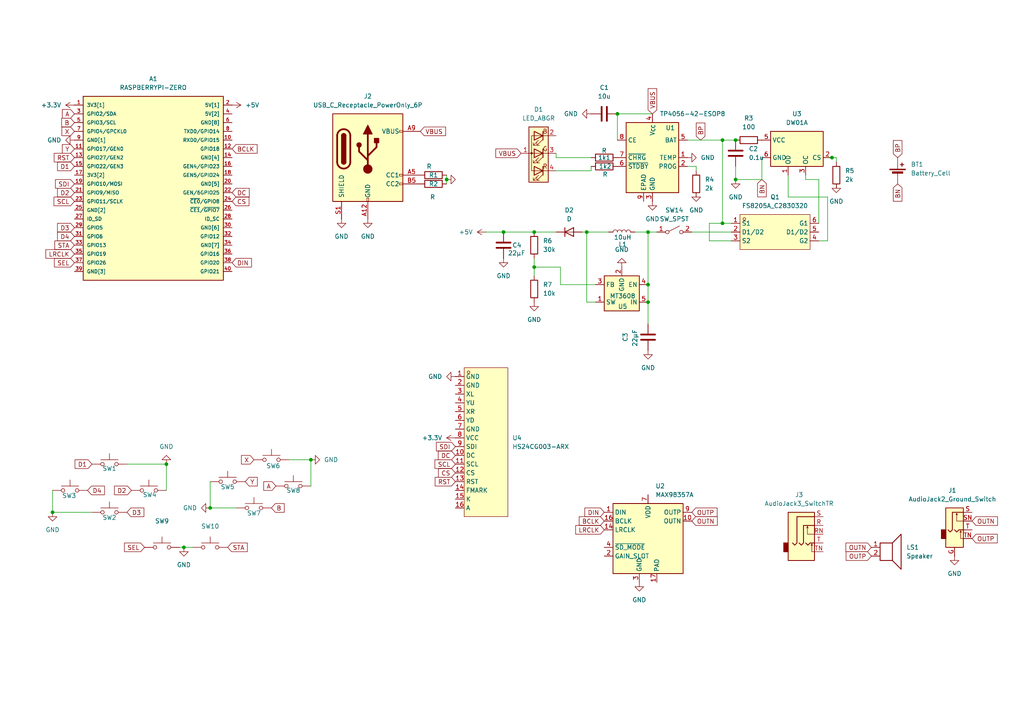
<source format=kicad_sch>
(kicad_sch (version 20250114) (generator "eeschema") (generator_version "9.0")
  (paper "A4")
  (lib_symbols
    (symbol "Audio:MAX98357A"
      (property "Reference" "U" (at -8.89 11.43 0))
      (property "Value" "MAX98357A" (at 10.16 11.43 0))
      (symbol "MAX98357A_1_1"
        (rectangle (start -10.16 10.16) (end 10.16 -10.16) (stroke (width 0.254)) (fill (type background)))
        (pin input line (at -12.7 7.62 0) (length 2.54) (name "DIN") (number "1"))
        (pin input line (at -12.7 5.08 0) (length 2.54) (name "BCLK") (number "16"))
        (pin input line (at -12.7 2.54 0) (length 2.54) (name "LRCLK") (number "14"))
        (pin input line (at -12.7 -2.54 0) (length 2.54) (name "~{SD_MODE}") (number "4"))
        (pin passive line (at -12.7 -5.08 0) (length 2.54) (name "GAIN_SLOT") (number "2"))
        (pin passive line (at -2.54 -12.7 90) (length 2.54) (hide yes) (name "GND") (number "11"))
        (pin passive line (at -2.54 -12.7 90) (length 2.54) (hide yes) (name "GND") (number "15"))
        (pin power_in line (at -2.54 -12.7 90) (length 2.54) (name "GND") (number "3"))
        (pin power_in line (at 0 12.7 270) (length 2.54) (name "VDD") (number "7"))
        (pin passive line (at 0 12.7 270) (length 2.54) (hide yes) (name "VDD") (number "8"))
        (pin unspecified line (at 2.54 -12.7 90) (length 2.54) (name "PAD") (number "17"))
        (pin no_connect line (at 10.16 2.54 180) (length 2.54) (hide yes) (name "NC") (number "5"))
        (pin no_connect line (at 10.16 0 180) (length 2.54) (hide yes) (name "NC") (number "6"))
        (pin no_connect line (at 10.16 -5.08 180) (length 2.54) (hide yes) (name "NC") (number "12"))
        (pin no_connect line (at 10.16 -7.62 180) (length 2.54) (hide yes) (name "NC") (number "13"))
        (pin output line (at 12.7 7.62 180) (length 2.54) (name "OUTP") (number "9"))
        (pin output line (at 12.7 5.08 180) (length 2.54) (name "OUTN") (number "10"))
      )
    )
    (symbol "Battery_Management:DW01A"
      (property "Reference" "U" (at -6.604 6.35 0))
      (property "Value" "DW01A" (at 4.318 6.604 0))
      (symbol "DW01A_0_1"
        (pin power_in line (at -10.16 2.54 0) (length 2.54) (name "VCC") (number "5"))
        (pin power_in line (at -10.16 -2.54 0) (length 2.54) (name "GND") (number "6"))
        (pin output line (at -2.54 -7.62 90) (length 2.54) (name "OD") (number "1"))
        (pin output line (at 2.54 -7.62 90) (length 2.54) (name "OC") (number "3"))
        (pin input line (at 10.16 -2.54 180) (length 2.54) (name "CS") (number "2"))
      )
      (symbol "DW01A_1_1"
        (rectangle (start -7.62 5.08) (end 7.62 -5.08) (stroke (width 0.254)) (fill (type background)))
        (pin no_connect line (at 10.16 2.54 180) (length 2.54) (hide yes) (name "TD") (number "4"))
      )
    )
    (symbol "Battery_Management:TP4056-42-ESOP8"
      (property "Reference" "U" (at -6.604 11.684 0))
      (property "Value" "TP4056-42-ESOP8" (at 10.16 11.684 0))
      (symbol "TP4056-42-ESOP8_1_0"
        (pin input line (at -10.16 5.08 0) (length 2.54) (name "CE") (number "8"))
        (pin open_collector line (at -10.16 0 0) (length 2.54) (name "~{CHRG}") (number "7"))
        (pin open_collector line (at -10.16 -2.54 0) (length 2.54) (name "~{STDBY}") (number "6"))
        (pin passive line (at -2.54 -12.7 90) (length 2.54) (name "EPAD") (number "9"))
        (pin power_in line (at 0 12.7 270) (length 2.54) (name "V_{CC}") (number "4"))
        (pin power_in line (at 0 -12.7 90) (length 2.54) (name "GND") (number "3"))
        (pin power_out line (at 10.16 5.08 180) (length 2.54) (name "BAT") (number "5"))
        (pin input line (at 10.16 0 180) (length 2.54) (name "TEMP") (number "1"))
        (pin passive line (at 10.16 -2.54 180) (length 2.54) (name "PROG") (number "2"))
      )
      (symbol "TP4056-42-ESOP8_1_1"
        (rectangle (start -7.62 10.16) (end 7.62 -10.16) (stroke (width 0.254)) (fill (type background)))
      )
    )
    (symbol "Connector:USB_C_Receptacle_PowerOnly_6P" (pin_names (offset 1.016))
      (property "Reference" "J" (at 0 16.51 0))
      (property "Value" "USB_C_Receptacle_PowerOnly_6P" (at 0 13.97 0))
      (symbol "USB_C_Receptacle_PowerOnly_6P_0_0"
        (rectangle (start -0.254 -12.7) (end 0.254 -11.684))
        (rectangle (start 10.16 7.874) (end 9.144 7.366))
        (rectangle (start 10.16 -4.826) (end 9.144 -5.334))
        (rectangle (start 10.16 -7.366) (end 9.144 -7.874))
      )
      (symbol "USB_C_Receptacle_PowerOnly_6P_0_1"
        (rectangle (start -10.16 12.7) (end 10.16 -12.7) (stroke (width 0.254)) (fill (type background)))
        (polyline (pts (xy -8.89 -1.27) (xy -8.89 6.35)) (stroke (width 0.508)))
        (rectangle (start -7.62 -1.27) (end -6.35 6.35) (stroke (width 0.254)) (fill (type outline)))
        (arc (start -7.62 6.35) (mid -6.985 6.9823) (end -6.35 6.35) (stroke (width 0.254)))
        (arc (start -7.62 6.35) (mid -6.985 6.9823) (end -6.35 6.35) (stroke (width 0.254)) (fill (type outline)))
        (arc (start -8.89 6.35) (mid -6.985 8.2467) (end -5.08 6.35) (stroke (width 0.508)))
        (arc (start -5.08 -1.27) (mid -6.985 -3.1667) (end -8.89 -1.27) (stroke (width 0.508)))
        (arc (start -6.35 -1.27) (mid -6.985 -1.9023) (end -7.62 -1.27) (stroke (width 0.254)))
        (arc (start -6.35 -1.27) (mid -6.985 -1.9023) (end -7.62 -1.27) (stroke (width 0.254)) (fill (type outline)))
        (polyline (pts (xy -5.08 6.35) (xy -5.08 -1.27)) (stroke (width 0.508)))
        (circle (center -2.54 3.683) (radius 0.635) (stroke (width 0.254)) (fill (type outline)))
        (polyline (pts (xy -1.27 6.858) (xy 0 9.398) (xy 1.27 6.858) (xy -1.27 6.858)) (stroke (width 0.254)) (fill (type outline)))
        (polyline (pts (xy 0 0.508) (xy 2.54 3.048) (xy 2.54 4.318)) (stroke (width 0.508)))
        (polyline (pts (xy 0 -0.762) (xy -2.54 1.778) (xy -2.54 3.048)) (stroke (width 0.508)))
        (polyline (pts (xy 0 -3.302) (xy 0 6.858)) (stroke (width 0.508)))
        (circle (center 0 -3.302) (radius 1.27) (fill (type outline)))
        (rectangle (start 1.905 4.318) (end 3.175 5.588) (stroke (width 0.254)) (fill (type outline)))
      )
      (symbol "USB_C_Receptacle_PowerOnly_6P_1_1"
        (pin passive line (at -7.62 -17.78 90) (length 5.08) (name "SHIELD") (number "S1"))
        (pin passive line (at 0 -17.78 90) (length 5.08) (name "GND") (number "A12"))
        (pin passive line (at 0 -17.78 90) (length 5.08) (hide yes) (name "GND") (number "B12"))
        (pin passive line (at 15.24 7.62 180) (length 5.08) (name "VBUS") (number "A9"))
        (pin passive line (at 15.24 7.62 180) (length 5.08) (hide yes) (name "VBUS") (number "B9"))
        (pin bidirectional line (at 15.24 -5.08 180) (length 5.08) (name "CC1") (number "A5"))
        (pin bidirectional line (at 15.24 -7.62 180) (length 5.08) (name "CC2") (number "B5"))
      )
    )
    (symbol "Connector_Audio:AudioJack2_Ground_Switch"
      (property "Reference" "J" (at 0 11.43 0))
      (property "Value" "AudioJack2_Ground_Switch" (at 0 8.89 0))
      (symbol "AudioJack2_Ground_Switch_0_1"
        (rectangle (start -2.54 -2.54) (end -3.81 0) (stroke (width 0.254)) (fill (type outline)))
        (rectangle (start 2.54 6.35) (end -2.54 -5.08) (stroke (width 0.254)) (fill (type background)))
      )
      (symbol "AudioJack2_Ground_Switch_1_1"
        (polyline (pts (xy 0 0) (xy 0.635 -0.635) (xy 1.27 0) (xy 2.54 0)) (stroke (width 0.254)))
        (polyline (pts (xy 0.635 4.826) (xy 0.889 4.318)))
        (polyline (pts (xy 1.778 -0.254) (xy 2.032 -0.762)))
        (polyline (pts (xy 2.54 5.08) (xy -0.635 5.08) (xy -0.635 0) (xy -1.27 -0.635) (xy -1.905 0)) (stroke (width 0.254)))
        (polyline (pts (xy 2.54 2.54) (xy 0.635 2.54) (xy 0.635 4.826) (xy 0.381 4.318)))
        (polyline (pts (xy 2.54 -2.54) (xy 1.778 -2.54) (xy 1.778 -0.254) (xy 1.524 -0.762)))
        (pin passive line (at 0 -7.62 90) (length 2.54) (name "~") (number "G"))
        (pin passive line (at 5.08 5.08 180) (length 2.54) (name "~") (number "S"))
        (pin passive line (at 5.08 2.54 180) (length 2.54) (name "~") (number "SN"))
        (pin passive line (at 5.08 0 180) (length 2.54) (name "~") (number "T"))
        (pin passive line (at 5.08 -2.54 180) (length 2.54) (name "~") (number "TN"))
      )
    )
    (symbol "Connector_Audio:AudioJack3_SwitchTR"
      (property "Reference" "J" (at 0 8.89 0))
      (property "Value" "AudioJack3_SwitchTR" (at 0 6.35 0))
      (symbol "AudioJack3_SwitchTR_0_1"
        (rectangle (start -5.08 -5.08) (end -6.35 -7.62) (stroke (width 0.254)) (fill (type outline)))
        (polyline (pts (xy -1.905 -5.08) (xy -1.27 -5.715) (xy -0.635 -5.08) (xy -0.635 0) (xy 2.54 0)) (stroke (width 0.254)))
        (polyline (pts (xy 0 -5.08) (xy 0.635 -5.715) (xy 1.27 -5.08) (xy 2.54 -5.08)) (stroke (width 0.254)))
        (polyline (pts (xy 0.508 -0.254) (xy 0.762 -0.762)))
        (polyline (pts (xy 1.778 -5.334) (xy 2.032 -5.842)))
        (rectangle (start 2.54 3.81) (end -5.08 -10.16) (stroke (width 0.254)) (fill (type background)))
        (polyline (pts (xy 2.54 2.54) (xy -2.54 2.54) (xy -2.54 -5.08) (xy -3.175 -5.715) (xy -3.81 -5.08)) (stroke (width 0.254)))
        (polyline (pts (xy 2.54 -2.54) (xy 0.508 -2.54) (xy 0.508 -0.254) (xy 0.254 -0.762)))
        (polyline (pts (xy 2.54 -7.62) (xy 1.778 -7.62) (xy 1.778 -5.334) (xy 1.524 -5.842)))
      )
      (symbol "AudioJack3_SwitchTR_1_1"
        (pin passive line (at 5.08 2.54 180) (length 2.54) (name "~") (number "S"))
        (pin passive line (at 5.08 0 180) (length 2.54) (name "~") (number "R"))
        (pin passive line (at 5.08 -2.54 180) (length 2.54) (name "~") (number "RN"))
        (pin passive line (at 5.08 -5.08 180) (length 2.54) (name "~") (number "T"))
        (pin passive line (at 5.08 -7.62 180) (length 2.54) (name "~") (number "TN"))
      )
    )
    (symbol "Device:Battery_Cell" (pin_numbers (hide yes)) (pin_names (offset 0) (hide yes))
      (property "Reference" "BT" (at 2.54 2.54 0))
      (property "Value" "Battery_Cell" (at 2.54 0 0))
      (symbol "Battery_Cell_0_1"
        (rectangle (start -2.286 1.778) (end 2.286 1.524) (fill (type outline)))
        (rectangle (start -1.524 1.016) (end 1.524 0.508) (fill (type outline)))
        (polyline (pts (xy 0 1.778) (xy 0 2.54)))
        (polyline (pts (xy 0 0.762) (xy 0 0)))
        (polyline (pts (xy 0.762 3.048) (xy 1.778 3.048)) (stroke (width 0.254)))
        (polyline (pts (xy 1.27 3.556) (xy 1.27 2.54)) (stroke (width 0.254)))
      )
      (symbol "Battery_Cell_1_1"
        (pin passive line (at 0 5.08 270) (length 2.54) (name "+") (number "1"))
        (pin passive line (at 0 -2.54 90) (length 2.54) (name "-") (number "2"))
      )
    )
    (symbol "Device:C" (pin_numbers (hide yes)) (pin_names (offset 0.254))
      (property "Reference" "C" (at 0.635 2.54 0))
      (property "Value" "C" (at 0.635 -2.54 0))
      (symbol "C_0_1"
        (polyline (pts (xy -2.032 0.762) (xy 2.032 0.762)) (stroke (width 0.508)))
        (polyline (pts (xy -2.032 -0.762) (xy 2.032 -0.762)) (stroke (width 0.508)))
      )
      (symbol "C_1_1"
        (pin passive line (at 0 3.81 270) (length 2.794) (name "~") (number "1"))
        (pin passive line (at 0 -3.81 90) (length 2.794) (name "~") (number "2"))
      )
    )
    (symbol "Device:D" (pin_numbers (hide yes)) (pin_names (offset 1.016) (hide yes))
      (property "Reference" "D" (at 0 2.54 0))
      (property "Value" "D" (at 0 -2.54 0))
      (symbol "D_0_1"
        (polyline (pts (xy -1.27 1.27) (xy -1.27 -1.27)) (stroke (width 0.254)))
        (polyline (pts (xy 1.27 1.27) (xy 1.27 -1.27) (xy -1.27 0) (xy 1.27 1.27)) (stroke (width 0.254)))
        (polyline (pts (xy 1.27 0) (xy -1.27 0)))
      )
      (symbol "D_1_1"
        (pin passive line (at -3.81 0 0) (length 2.54) (name "K") (number "1"))
        (pin passive line (at 3.81 0 180) (length 2.54) (name "A") (number "2"))
      )
    )
    (symbol "Device:L" (pin_numbers (hide yes)) (pin_names (offset 1.016) (hide yes))
      (property "Reference" "L" (at -1.27 0 90))
      (property "Value" "L" (at 1.905 0 90))
      (symbol "L_0_1"
        (arc (start 0 2.54) (mid 0.6323 1.905) (end 0 1.27))
        (arc (start 0 1.27) (mid 0.6323 0.635) (end 0 0))
        (arc (start 0 0) (mid 0.6323 -0.635) (end 0 -1.27))
        (arc (start 0 -1.27) (mid 0.6323 -1.905) (end 0 -2.54))
      )
      (symbol "L_1_1"
        (pin passive line (at 0 3.81 270) (length 1.27) (name "1") (number "1"))
        (pin passive line (at 0 -3.81 90) (length 1.27) (name "2") (number "2"))
      )
    )
    (symbol "Device:LED_ABGR" (pin_names (offset 0) (hide yes))
      (property "Reference" "D" (at 0 9.398 0))
      (property "Value" "LED_ABGR" (at 0 -8.89 0))
      (symbol "LED_ABGR_0_0"
        (text "R" (at -1.905 3.81 0) (effects (font (size 1.27 1.27))))
        (text "G" (at -1.905 -1.27 0) (effects (font (size 1.27 1.27))))
        (text "B" (at -1.905 -6.35 0) (effects (font (size 1.27 1.27))))
      )
      (symbol "LED_ABGR_0_1"
        (polyline (pts (xy -1.27 6.35) (xy -1.27 3.81)) (stroke (width 0.254)))
        (polyline (pts (xy -1.27 6.35) (xy -1.27 3.81) (xy -1.27 3.81)))
        (polyline (pts (xy -1.27 5.08) (xy -2.54 5.08)))
        (polyline (pts (xy -1.27 5.08) (xy 1.27 5.08)))
        (polyline (pts (xy -1.27 1.27) (xy -1.27 -1.27)) (stroke (width 0.254)))
        (polyline (pts (xy -1.27 1.27) (xy -1.27 -1.27) (xy -1.27 -1.27)))
        (polyline (pts (xy -1.27 0) (xy -2.54 0)))
        (polyline (pts (xy -1.27 -3.81) (xy -1.27 -6.35)) (stroke (width 0.254)))
        (polyline (pts (xy -1.27 -5.08) (xy -2.54 -5.08)))
        (polyline (pts (xy -1.27 -5.08) (xy 1.27 -5.08)))
        (polyline (pts (xy -1.016 6.35) (xy 0.508 7.874) (xy -0.254 7.874) (xy 0.508 7.874) (xy 0.508 7.112)))
        (polyline (pts (xy -1.016 1.27) (xy 0.508 2.794) (xy -0.254 2.794) (xy 0.508 2.794) (xy 0.508 2.032)))
        (polyline (pts (xy -1.016 -3.81) (xy 0.508 -2.286) (xy -0.254 -2.286) (xy 0.508 -2.286) (xy 0.508 -3.048)))
        (polyline (pts (xy 0 6.35) (xy 1.524 7.874) (xy 0.762 7.874) (xy 1.524 7.874) (xy 1.524 7.112)))
        (polyline (pts (xy 0 1.27) (xy 1.524 2.794) (xy 0.762 2.794) (xy 1.524 2.794) (xy 1.524 2.032)))
        (polyline (pts (xy 0 -3.81) (xy 1.524 -2.286) (xy 0.762 -2.286) (xy 1.524 -2.286) (xy 1.524 -3.048)))
        (polyline (pts (xy 1.27 6.35) (xy 1.27 3.81) (xy -1.27 5.08) (xy 1.27 6.35)) (stroke (width 0.254)))
        (rectangle (start 1.27 6.35) (end 1.27 6.35))
        (rectangle (start 1.27 3.81) (end 1.27 6.35))
        (polyline (pts (xy 1.27 1.27) (xy 1.27 -1.27) (xy -1.27 0) (xy 1.27 1.27)) (stroke (width 0.254)))
        (rectangle (start 1.27 1.27) (end 1.27 1.27))
        (polyline (pts (xy 1.27 0) (xy -1.27 0)))
        (polyline (pts (xy 1.27 0) (xy 2.54 0)))
        (rectangle (start 1.27 -1.27) (end 1.27 1.27))
        (polyline (pts (xy 1.27 -3.81) (xy 1.27 -6.35) (xy -1.27 -5.08) (xy 1.27 -3.81)) (stroke (width 0.254)))
        (polyline (pts (xy 1.27 -5.08) (xy 2.032 -5.08) (xy 2.032 5.08) (xy 1.27 5.08)))
        (circle (center 2.032 0) (radius 0.254) (fill (type outline)))
        (rectangle (start 2.794 8.382) (end -2.794 -7.62) (stroke (width 0.254)) (fill (type background)))
      )
      (symbol "LED_ABGR_1_1"
        (pin passive line (at -5.08 5.08 0) (length 2.54) (name "RK") (number "4"))
        (pin passive line (at -5.08 0 0) (length 2.54) (name "GK") (number "3"))
        (pin passive line (at -5.08 -5.08 0) (length 2.54) (name "BK") (number "2"))
        (pin passive line (at 5.08 0 180) (length 2.54) (name "A") (number "1"))
      )
    )
    (symbol "Device:R" (pin_numbers (hide yes)) (pin_names (offset 0))
      (property "Reference" "R" (at 2.032 0 90))
      (property "Value" "R" (at 0 0 90))
      (symbol "R_0_1"
        (rectangle (start -1.016 -2.54) (end 1.016 2.54) (stroke (width 0.254)))
      )
      (symbol "R_1_1"
        (pin passive line (at 0 3.81 270) (length 1.27) (name "~") (number "1"))
        (pin passive line (at 0 -3.81 90) (length 1.27) (name "~") (number "2"))
      )
    )
    (symbol "Device:Speaker" (pin_names (offset 0) (hide yes))
      (property "Reference" "LS" (at 1.27 5.715 0))
      (property "Value" "Speaker" (at 1.27 3.81 0))
      (symbol "Speaker_0_0"
        (rectangle (start -2.54 1.27) (end 1.016 -3.81) (stroke (width 0.254)))
        (polyline (pts (xy 1.016 1.27) (xy 3.556 3.81) (xy 3.556 -6.35) (xy 1.016 -3.81)) (stroke (width 0.254)))
      )
      (symbol "Speaker_1_1"
        (pin input line (at -5.08 0 0) (length 2.54) (name "1") (number "1"))
        (pin input line (at -5.08 -2.54 0) (length 2.54) (name "2") (number "2"))
      )
    )
    (symbol "FS8205A:FS8205A_C2830320"
      (property "Reference" "Q" (at 0 7.62 0))
      (property "Value" "FS8205A_C2830320" (at 0 -7.62 0))
      (symbol "FS8205A_C2830320_0_1"
        (rectangle (start -10.16 5.08) (end 10.16 -5.08) (fill (type background)))
        (circle (center -8.89 3.81) (radius 0.38))
        (pin unspecified line (at -12.7 2.54 0) (length 2.54) (name "S1") (number "1"))
        (pin unspecified line (at -12.7 0 0) (length 2.54) (name "D1/D2") (number "2"))
        (pin unspecified line (at -12.7 -2.54 0) (length 2.54) (name "S2") (number "3"))
        (pin unspecified line (at 12.7 2.54 180) (length 2.54) (name "G1") (number "6"))
        (pin unspecified line (at 12.7 0 180) (length 2.54) (name "D1/D2") (number "5"))
        (pin unspecified line (at 12.7 -2.54 180) (length 2.54) (name "G2") (number "4"))
      )
    )
    (symbol "RASPBERRYPI-ZERO:RASPBERRYPI-ZERO" (pin_names (offset 1.016))
      (property "Reference" "A" (at -20.34 26.6962 0))
      (property "Value" "RASPBERRYPI-ZERO" (at -20.3391 -30.5087 0))
      (symbol "RASPBERRYPI-ZERO_0_0"
        (rectangle (start -20.32 -27.94) (end 20.32 25.4) (stroke (width 0.254)) (fill (type background)))
        (pin power_in line (at -22.86 22.86 0) (length 2.54) (name "3V3[1]") (number "1"))
        (pin bidirectional line (at -22.86 20.32 0) (length 2.54) (name "GPIO2/SDA") (number "3"))
        (pin bidirectional line (at -22.86 17.78 0) (length 2.54) (name "GPIO3/SCL") (number "5"))
        (pin bidirectional line (at -22.86 15.24 0) (length 2.54) (name "GPIO4/GPCKL0") (number "7"))
        (pin power_in line (at -22.86 12.7 0) (length 2.54) (name "GND[1]") (number "9"))
        (pin bidirectional line (at -22.86 10.16 0) (length 2.54) (name "GPIO17/GEN0") (number "11"))
        (pin bidirectional line (at -22.86 7.62 0) (length 2.54) (name "GPIO27/GEN2") (number "13"))
        (pin bidirectional line (at -22.86 5.08 0) (length 2.54) (name "GPIO22/GEN3") (number "15"))
        (pin power_in line (at -22.86 2.54 0) (length 2.54) (name "3V3[2]") (number "17"))
        (pin bidirectional line (at -22.86 0 0) (length 2.54) (name "GPIO10/MOSI") (number "19"))
        (pin bidirectional line (at -22.86 -2.54 0) (length 2.54) (name "GPIO9/MISO") (number "21"))
        (pin bidirectional line (at -22.86 -5.08 0) (length 2.54) (name "GPIO11/SCLK") (number "23"))
        (pin power_in line (at -22.86 -7.62 0) (length 2.54) (name "GND[2]") (number "25"))
        (pin bidirectional line (at -22.86 -10.16 0) (length 2.54) (name "ID_SD") (number "27"))
        (pin bidirectional line (at -22.86 -12.7 0) (length 2.54) (name "GPIO5") (number "29"))
        (pin bidirectional line (at -22.86 -15.24 0) (length 2.54) (name "GPIO6") (number "31"))
        (pin bidirectional line (at -22.86 -17.78 0) (length 2.54) (name "GPIO13") (number "33"))
        (pin bidirectional line (at -22.86 -20.32 0) (length 2.54) (name "GPIO19") (number "35"))
        (pin bidirectional line (at -22.86 -22.86 0) (length 2.54) (name "GPIO26") (number "37"))
        (pin power_in line (at -22.86 -25.4 0) (length 2.54) (name "GND[3]") (number "39"))
        (pin power_in line (at 22.86 22.86 180) (length 2.54) (name "5V[1]") (number "2"))
        (pin power_in line (at 22.86 20.32 180) (length 2.54) (name "5V[2]") (number "4"))
        (pin power_in line (at 22.86 17.78 180) (length 2.54) (name "GND[8]") (number "6"))
        (pin bidirectional line (at 22.86 15.24 180) (length 2.54) (name "TXD0/GPIO14") (number "8"))
        (pin bidirectional line (at 22.86 12.7 180) (length 2.54) (name "RXD0/GPIO15") (number "10"))
        (pin bidirectional line (at 22.86 10.16 180) (length 2.54) (name "GPIO18") (number "12"))
        (pin power_in line (at 22.86 7.62 180) (length 2.54) (name "GND[4]") (number "14"))
        (pin bidirectional line (at 22.86 5.08 180) (length 2.54) (name "GEN4/GPIO23") (number "16"))
        (pin bidirectional line (at 22.86 2.54 180) (length 2.54) (name "GEN5/GPIO24") (number "18"))
        (pin power_in line (at 22.86 0 180) (length 2.54) (name "GND[5]") (number "20"))
        (pin bidirectional line (at 22.86 -2.54 180) (length 2.54) (name "GEN/6GPIO25") (number "22"))
        (pin bidirectional line (at 22.86 -5.08 180) (length 2.54) (name "~{CE0}/GPIO8") (number "24"))
        (pin bidirectional line (at 22.86 -7.62 180) (length 2.54) (name "~{CE1}/~{GPIO7}") (number "26"))
        (pin bidirectional line (at 22.86 -10.16 180) (length 2.54) (name "ID_SC") (number "28"))
        (pin power_in line (at 22.86 -12.7 180) (length 2.54) (name "GND[6]") (number "30"))
        (pin bidirectional line (at 22.86 -15.24 180) (length 2.54) (name "GPIO12") (number "32"))
        (pin power_in line (at 22.86 -17.78 180) (length 2.54) (name "GND[7]") (number "34"))
        (pin bidirectional line (at 22.86 -20.32 180) (length 2.54) (name "GPIO16") (number "36"))
        (pin bidirectional line (at 22.86 -22.86 180) (length 2.54) (name "GPIO20") (number "38"))
        (pin bidirectional line (at 22.86 -25.4 180) (length 2.54) (name "GPIO21") (number "40"))
      )
    )
    (symbol "Regulator_Switching:MT3608"
      (property "Reference" "U" (at -2.54 8.89 0))
      (property "Value" "MT3608" (at -3.81 6.35 0))
      (symbol "MT3608_0_1"
        (rectangle (start -5.08 5.08) (end 5.08 -5.08) (stroke (width 0.254)) (fill (type background)))
      )
      (symbol "MT3608_1_1"
        (pin power_in line (at -7.62 2.54 0) (length 2.54) (name "IN") (number "5"))
        (pin input line (at -7.62 -2.54 0) (length 2.54) (name "EN") (number "4"))
        (pin power_in line (at 0 -7.62 90) (length 2.54) (name "GND") (number "2"))
        (pin no_connect line (at 5.08 0 180) (length 2.54) (hide yes) (name "NC") (number "6"))
        (pin passive line (at 7.62 2.54 180) (length 2.54) (name "SW") (number "1"))
        (pin input line (at 7.62 -2.54 180) (length 2.54) (name "FB") (number "3"))
      )
    )
    (symbol "Switch:SW_Omron_B3FS" (pin_numbers (hide yes)) (pin_names (offset 1.016) (hide yes))
      (property "Reference" "SW" (at 1.27 2.54 0))
      (property "Value" "SW_Omron_B3FS" (at 0 -1.524 0))
      (symbol "SW_Omron_B3FS_0_1"
        (circle (center -2.032 0) (radius 0.508))
        (polyline (pts (xy 0 1.27) (xy 0 3.048)))
        (circle (center 2.032 0) (radius 0.508))
        (polyline (pts (xy 2.54 1.27) (xy -2.54 1.27)))
        (pin passive line (at -5.08 0 0) (length 2.54) (name "1") (number "1"))
        (pin passive line (at 5.08 0 180) (length 2.54) (name "2") (number "2"))
      )
    )
    (symbol "Switch:SW_SPST" (pin_names (offset 0) (hide yes))
      (property "Reference" "SW" (at 0 3.175 0))
      (property "Value" "SW_SPST" (at 0 -2.54 0))
      (symbol "SW_SPST_0_0"
        (circle (center -2.032 0) (radius 0.508))
        (polyline (pts (xy -1.524 0.254) (xy 1.524 1.778)))
        (circle (center 2.032 0) (radius 0.508))
      )
      (symbol "SW_SPST_1_1"
        (pin passive line (at -5.08 0 0) (length 2.54) (name "A") (number "1"))
        (pin passive line (at 5.08 0 180) (length 2.54) (name "B") (number "2"))
      )
    )
    (symbol "easyeda2kicad:HS24CG003-ARX"
      (property "Reference" "U" (at 0 24.13 0))
      (property "Value" "HS24CG003-ARX" (at 0 -24.13 0))
      (symbol "HS24CG003-ARX_0_1"
        (rectangle (start -6.35 21.59) (end 6.35 -21.59) (fill (type background)))
        (circle (center -5.08 20.32) (radius 0.38))
        (pin unspecified line (at -8.89 19.05 0) (length 2.54) (name "GND") (number "1"))
        (pin unspecified line (at -8.89 16.51 0) (length 2.54) (name "GND") (number "2"))
        (pin unspecified line (at -8.89 13.97 0) (length 2.54) (name "XL") (number "3"))
        (pin unspecified line (at -8.89 11.43 0) (length 2.54) (name "YU") (number "4"))
        (pin unspecified line (at -8.89 8.89 0) (length 2.54) (name "XR") (number "5"))
        (pin unspecified line (at -8.89 6.35 0) (length 2.54) (name "YD") (number "6"))
        (pin unspecified line (at -8.89 3.81 0) (length 2.54) (name "GND") (number "7"))
        (pin unspecified line (at -8.89 1.27 0) (length 2.54) (name "VCC") (number "8"))
        (pin unspecified line (at -8.89 -1.27 0) (length 2.54) (name "SDI") (number "9"))
        (pin unspecified line (at -8.89 -3.81 0) (length 2.54) (name "DC") (number "10"))
        (pin unspecified line (at -8.89 -6.35 0) (length 2.54) (name "SCL") (number "11"))
        (pin unspecified line (at -8.89 -8.89 0) (length 2.54) (name "CS") (number "12"))
        (pin unspecified line (at -8.89 -11.43 0) (length 2.54) (name "RST") (number "13"))
        (pin unspecified line (at -8.89 -13.97 0) (length 2.54) (name "FMARK") (number "14"))
        (pin unspecified line (at -8.89 -16.51 0) (length 2.54) (name "K") (number "15"))
        (pin unspecified line (at -8.89 -19.05 0) (length 2.54) (name "A") (number "16"))
      )
    )
    (symbol "power:+3.3V" (power) (pin_numbers (hide yes)) (pin_names (offset 0) (hide yes))
      (property "Value" "+3.3V" (at 0 3.556 0))
      (symbol "+3.3V_0_1"
        (polyline (pts (xy -0.762 1.27) (xy 0 2.54)))
        (polyline (pts (xy 0 2.54) (xy 0.762 1.27)))
        (polyline (pts (xy 0 0) (xy 0 2.54)))
      )
      (symbol "+3.3V_1_1"
        (pin power_in line (at 0 0 90) (length 0) (name "~") (number "1"))
      )
    )
    (symbol "power:+5V" (power) (pin_numbers (hide yes)) (pin_names (offset 0) (hide yes))
      (property "Value" "+5V" (at 0 3.556 0))
      (symbol "+5V_0_1"
        (polyline (pts (xy -0.762 1.27) (xy 0 2.54)))
        (polyline (pts (xy 0 2.54) (xy 0.762 1.27)))
        (polyline (pts (xy 0 0) (xy 0 2.54)))
      )
      (symbol "+5V_1_1"
        (pin power_in line (at 0 0 90) (length 0) (name "~") (number "1"))
      )
    )
    (symbol "power:GND" (power) (pin_numbers (hide yes)) (pin_names (offset 0) (hide yes))
      (property "Value" "GND" (at 0 -3.81 0))
      (symbol "GND_0_1"
        (polyline (pts (xy 0 0) (xy 0 -1.27) (xy 1.27 -1.27) (xy 0 -2.54) (xy -1.27 -1.27) (xy 0 -1.27)))
      )
      (symbol "GND_1_1"
        (pin power_in line (at 0 0 270) (length 0) (name "~") (number "1"))
      )
    )
  )
  (junction (at 170.18 67.31))
  (junction (at 187.96 87.63))
  (junction (at 154.94 77.47))
  (junction (at 129.54 52.07))
  (junction (at 213.36 40.64))
  (junction (at 187.96 67.31))
  (junction (at 60.96 147.32))
  (junction (at 15.24 148.59))
  (junction (at 213.36 52.07))
  (junction (at 90.17 133.35))
  (junction (at 241.3 45.72))
  (junction (at 154.94 67.31))
  (junction (at 146.05 67.31))
  (junction (at 179.07 33.02))
  (junction (at 53.34 158.75))
  (junction (at 48.26 134.62))
  (junction (at 209.55 64.77))
  (junction (at 209.55 40.64))
  (junction (at 187.96 82.55))
  (wire (pts (xy 154.94 77.47) (xy 154.94 80.01)))
  (wire (pts (xy 228.6 50.8) (xy 228.6 57.15)))
  (wire (pts (xy 146.05 67.31) (xy 154.94 67.31)))
  (wire (pts (xy 170.18 87.63) (xy 172.72 87.63)))
  (wire (pts (xy 240.03 69.85) (xy 237.49 69.85)))
  (wire (pts (xy 170.18 67.31) (xy 170.18 87.63)))
  (wire (pts (xy 161.29 44.45) (xy 161.29 45.72)))
  (wire (pts (xy 168.91 67.31) (xy 170.18 67.31)))
  (wire (pts (xy 36.83 134.62) (xy 48.26 134.62)))
  (wire (pts (xy 140.97 67.31) (xy 146.05 67.31)))
  (wire (pts (xy 60.96 139.7) (xy 60.96 147.32)))
  (wire (pts (xy 187.96 82.55) (xy 187.96 67.31)))
  (wire (pts (xy 242.57 54.61) (xy 242.57 53.34)))
  (wire (pts (xy 154.94 74.93) (xy 154.94 77.47)))
  (wire (pts (xy 154.94 67.31) (xy 161.29 67.31)))
  (wire (pts (xy 83.82 133.35) (xy 90.17 133.35)))
  (wire (pts (xy 205.74 64.77) (xy 205.74 69.85)))
  (wire (pts (xy 187.96 67.31) (xy 190.5 67.31)))
  (wire (pts (xy 90.17 133.35) (xy 90.17 140.97)))
  (wire (pts (xy 242.57 46.99) (xy 242.57 45.72)))
  (wire (pts (xy 129.54 52.07) (xy 129.54 53.34)))
  (wire (pts (xy 241.3 45.72) (xy 240.03 45.72)))
  (wire (pts (xy 209.55 40.64) (xy 213.36 40.64)))
  (wire (pts (xy 187.96 82.55) (xy 187.96 87.63)))
  (wire (pts (xy 171.45 49.53) (xy 171.45 48.26)))
  (wire (pts (xy 209.55 64.77) (xy 205.74 64.77)))
  (wire (pts (xy 48.26 134.62) (xy 48.26 142.24)))
  (wire (pts (xy 199.39 40.64) (xy 209.55 40.64)))
  (wire (pts (xy 205.74 69.85) (xy 212.09 69.85)))
  (wire (pts (xy 162.56 82.55) (xy 162.56 77.47)))
  (wire (pts (xy 184.15 67.31) (xy 187.96 67.31)))
  (wire (pts (xy 201.93 49.53) (xy 201.93 48.26)))
  (wire (pts (xy 228.6 57.15) (xy 240.03 57.15)))
  (wire (pts (xy 200.66 67.31) (xy 212.09 67.31)))
  (wire (pts (xy 209.55 40.64) (xy 209.55 64.77)))
  (wire (pts (xy 233.68 52.07) (xy 237.49 52.07)))
  (wire (pts (xy 201.93 48.26) (xy 199.39 48.26)))
  (wire (pts (xy 213.36 52.07) (xy 220.98 52.07)))
  (wire (pts (xy 60.96 147.32) (xy 68.58 147.32)))
  (wire (pts (xy 179.07 33.02) (xy 189.23 33.02)))
  (wire (pts (xy 52.07 158.75) (xy 53.34 158.75)))
  (wire (pts (xy 161.29 45.72) (xy 171.45 45.72)))
  (wire (pts (xy 242.57 45.72) (xy 241.3 45.72)))
  (wire (pts (xy 161.29 49.53) (xy 171.45 49.53)))
  (wire (pts (xy 237.49 52.07) (xy 237.49 64.77)))
  (wire (pts (xy 212.09 64.77) (xy 209.55 64.77)))
  (wire (pts (xy 233.68 50.8) (xy 233.68 52.07)))
  (wire (pts (xy 162.56 77.47) (xy 154.94 77.47)))
  (wire (pts (xy 179.07 40.64) (xy 179.07 33.02)))
  (wire (pts (xy 170.18 67.31) (xy 176.53 67.31)))
  (wire (pts (xy 172.72 82.55) (xy 162.56 82.55)))
  (wire (pts (xy 220.98 45.72) (xy 220.98 52.07)))
  (wire (pts (xy 240.03 57.15) (xy 240.03 69.85)))
  (wire (pts (xy 201.93 57.15) (xy 201.93 55.88)))
  (wire (pts (xy 15.24 148.59) (xy 26.67 148.59)))
  (wire (pts (xy 213.36 48.26) (xy 213.36 52.07)))
  (wire (pts (xy 53.34 158.75) (xy 55.88 158.75)))
  (wire (pts (xy 129.54 50.8) (xy 129.54 52.07)))
  (wire (pts (xy 15.24 142.24) (xy 15.24 148.59)))
  (wire (pts (xy 187.96 87.63) (xy 187.96 93.98)))
  (global_label "BCLK" (shape input) (at 175.26 151.13 180) (property "Intersheetrefs" "${INTERSHEET_REFS}" (effects (hide yes))))
  (global_label "D2" (shape input) (at 21.59 55.88 180) (property "Intersheetrefs" "${INTERSHEET_REFS}" (effects (hide yes))))
  (global_label "B" (shape input) (at 78.74 147.32 0) (property "Intersheetrefs" "${INTERSHEET_REFS}" (effects (hide yes))))
  (global_label "BN" (shape input) (at 220.98 52.07 270) (property "Intersheetrefs" "${INTERSHEET_REFS}" (effects (hide yes))))
  (global_label "VBUS" (shape input) (at 189.23 33.02 90) (property "Intersheetrefs" "${INTERSHEET_REFS}" (effects (hide yes))))
  (global_label "RST" (shape input) (at 21.59 45.72 180) (property "Intersheetrefs" "${INTERSHEET_REFS}" (effects (hide yes))))
  (global_label "OUTP" (shape input) (at 281.94 156.21 0) (property "Intersheetrefs" "${INTERSHEET_REFS}" (effects (hide yes))))
  (global_label "A" (shape input) (at 80.01 140.97 180) (property "Intersheetrefs" "${INTERSHEET_REFS}" (effects (hide yes))))
  (global_label "CS" (shape input) (at 67.31 58.42 0) (property "Intersheetrefs" "${INTERSHEET_REFS}" (effects (hide yes))))
  (global_label "CS" (shape input) (at 132.08 137.16 180) (property "Intersheetrefs" "${INTERSHEET_REFS}" (effects (hide yes))))
  (global_label "BP" (shape input) (at 260.35 45.72 90) (property "Intersheetrefs" "${INTERSHEET_REFS}" (effects (hide yes))))
  (global_label "BCLK" (shape input) (at 67.31 43.18 0) (property "Intersheetrefs" "${INTERSHEET_REFS}" (effects (hide yes))))
  (global_label "D1" (shape input) (at 26.67 134.62 180) (property "Intersheetrefs" "${INTERSHEET_REFS}" (effects (hide yes))))
  (global_label "D4" (shape input) (at 25.4 142.24 0) (property "Intersheetrefs" "${INTERSHEET_REFS}" (effects (hide yes))))
  (global_label "DC" (shape input) (at 67.31 55.88 0) (property "Intersheetrefs" "${INTERSHEET_REFS}" (effects (hide yes))))
  (global_label "STA" (shape input) (at 66.04 158.75 0) (property "Intersheetrefs" "${INTERSHEET_REFS}" (effects (hide yes))))
  (global_label "BN" (shape input) (at 260.35 53.34 270) (property "Intersheetrefs" "${INTERSHEET_REFS}" (effects (hide yes))))
  (global_label "LRCLK" (shape input) (at 21.59 73.66 180) (property "Intersheetrefs" "${INTERSHEET_REFS}" (effects (hide yes))))
  (global_label "SEL" (shape input) (at 21.59 76.2 180) (property "Intersheetrefs" "${INTERSHEET_REFS}" (effects (hide yes))))
  (global_label "SEL" (shape input) (at 41.91 158.75 180) (property "Intersheetrefs" "${INTERSHEET_REFS}" (effects (hide yes))))
  (global_label "VBUS" (shape input) (at 151.13 44.45 180) (property "Intersheetrefs" "${INTERSHEET_REFS}" (effects (hide yes))))
  (global_label "LRCLK" (shape input) (at 175.26 153.67 180) (property "Intersheetrefs" "${INTERSHEET_REFS}" (effects (hide yes))))
  (global_label "OUTP" (shape input) (at 200.66 148.59 0) (property "Intersheetrefs" "${INTERSHEET_REFS}" (effects (hide yes))))
  (global_label "D1" (shape input) (at 21.59 48.26 180) (property "Intersheetrefs" "${INTERSHEET_REFS}" (effects (hide yes))))
  (global_label "OUTN" (shape input) (at 281.94 151.13 0) (property "Intersheetrefs" "${INTERSHEET_REFS}" (effects (hide yes))))
  (global_label "BP" (shape input) (at 203.2 40.64 90) (property "Intersheetrefs" "${INTERSHEET_REFS}" (effects (hide yes))))
  (global_label "SCL" (shape input) (at 21.59 58.42 180) (property "Intersheetrefs" "${INTERSHEET_REFS}" (effects (hide yes))))
  (global_label "D2" (shape input) (at 38.1 142.24 180) (property "Intersheetrefs" "${INTERSHEET_REFS}" (effects (hide yes))))
  (global_label "OUTN" (shape input) (at 252.73 158.75 180) (property "Intersheetrefs" "${INTERSHEET_REFS}" (effects (hide yes))))
  (global_label "SCL" (shape input) (at 132.08 134.62 180) (property "Intersheetrefs" "${INTERSHEET_REFS}" (effects (hide yes))))
  (global_label "SDI" (shape input) (at 21.59 53.34 180) (property "Intersheetrefs" "${INTERSHEET_REFS}" (effects (hide yes))))
  (global_label "DC" (shape input) (at 132.08 132.08 180) (property "Intersheetrefs" "${INTERSHEET_REFS}" (effects (hide yes))))
  (global_label "RST" (shape input) (at 132.08 139.7 180) (property "Intersheetrefs" "${INTERSHEET_REFS}" (effects (hide yes))))
  (global_label "Y" (shape input) (at 21.59 43.18 180) (property "Intersheetrefs" "${INTERSHEET_REFS}" (effects (hide yes))))
  (global_label "X" (shape input) (at 73.66 133.35 180) (property "Intersheetrefs" "${INTERSHEET_REFS}" (effects (hide yes))))
  (global_label "Y" (shape input) (at 71.12 139.7 0) (property "Intersheetrefs" "${INTERSHEET_REFS}" (effects (hide yes))))
  (global_label "D4" (shape input) (at 21.59 68.58 180) (property "Intersheetrefs" "${INTERSHEET_REFS}" (effects (hide yes))))
  (global_label "A" (shape input) (at 21.59 33.02 180) (property "Intersheetrefs" "${INTERSHEET_REFS}" (effects (hide yes))))
  (global_label "STA" (shape input) (at 21.59 71.12 180) (property "Intersheetrefs" "${INTERSHEET_REFS}" (effects (hide yes))))
  (global_label "SDI" (shape input) (at 132.08 129.54 180) (property "Intersheetrefs" "${INTERSHEET_REFS}" (effects (hide yes))))
  (global_label "X" (shape input) (at 21.59 38.1 180) (property "Intersheetrefs" "${INTERSHEET_REFS}" (effects (hide yes))))
  (global_label "DIN" (shape input) (at 175.26 148.59 180) (property "Intersheetrefs" "${INTERSHEET_REFS}" (effects (hide yes))))
  (global_label "DIN" (shape input) (at 67.31 76.2 0) (property "Intersheetrefs" "${INTERSHEET_REFS}" (effects (hide yes))))
  (global_label "D3" (shape input) (at 36.83 148.59 0) (property "Intersheetrefs" "${INTERSHEET_REFS}" (effects (hide yes))))
  (global_label "D3" (shape input) (at 21.59 66.04 180) (property "Intersheetrefs" "${INTERSHEET_REFS}" (effects (hide yes))))
  (global_label "VBUS" (shape input) (at 121.92 38.1 0) (property "Intersheetrefs" "${INTERSHEET_REFS}" (effects (hide yes))))
  (global_label "OUTP" (shape input) (at 252.73 161.29 180) (property "Intersheetrefs" "${INTERSHEET_REFS}" (effects (hide yes))))
  (global_label "B" (shape input) (at 21.59 35.56 180) (property "Intersheetrefs" "${INTERSHEET_REFS}" (effects (hide yes))))
  (global_label "OUTN" (shape input) (at 200.66 151.13 0) (property "Intersheetrefs" "${INTERSHEET_REFS}" (effects (hide yes))))
  (symbol (lib_id "Device:C") (at 213.36 44.45 0) (unit 1)
    (property "Reference" "C2" (at 217.17 43.1799 0) (effects (justify left)))
    (property "Value" "0.1u" (at 217.17 45.7199 0) (effects (justify left)))
    (property "Description" "Unpolarized capacitor" (effects (hide yes)))
  )
  (symbol (lib_id "Device:C") (at 175.26 33.02 90) (unit 1)
    (property "Reference" "C1" (at 175.26 25.4 90))
    (property "Value" "10u" (at 175.26 27.94 90))
    (property "Description" "Unpolarized capacitor" (effects (hide yes)))
  )
  (symbol (lib_id "Switch:SW_Omron_B3FS") (at 66.04 139.7 0) (unit 1)
    (property "Reference" "SW5" (at 66.04 141.224 0))
    (property "Value" "SW_Omron_B3FS" (effects (hide yes)))
    (property "Footprint" "Button_Switch_SMD:SW_SPST_PTS645" (effects (hide yes)))
    (property "Datasheet" "https://omronfs.omron.com/en_US/ecb/products/pdf/en-b3fs.pdf" (effects (hide yes)))
    (property "Description" "Omron B3FS 6x6mm single pole normally-open tactile switch" (effects (hide yes)))
  )
  (symbol (lib_id "power:GND") (at 21.59 40.64 270) (unit 1)
    (property "Reference" "#PWR026" (effects (hide yes)))
    (property "Value" "GND" (at 17.78 40.6399 90) (effects (justify right)))
    (property "Description" "Power symbol creates a global label with name \"GND\" , ground" (effects (hide yes)))
  )
  (symbol (lib_id "Switch:SW_Omron_B3FS") (at 31.75 134.62 0) (unit 1)
    (property "Reference" "SW1" (at 31.75 135.89 0))
    (property "Value" "SW_Omron_B3FS" (effects (hide yes)))
    (property "Footprint" "Button_Switch_SMD:SW_SPST_PTS645" (effects (hide yes)))
    (property "Datasheet" "https://omronfs.omron.com/en_US/ecb/products/pdf/en-b3fs.pdf" (effects (hide yes)))
    (property "Description" "Omron B3FS 6x6mm single pole normally-open tactile switch" (effects (hide yes)))
  )
  (symbol (lib_id "Device:R") (at 154.94 71.12 0) (unit 1)
    (property "Reference" "R6" (at 157.48 69.8499 0) (effects (justify left)))
    (property "Value" "30k" (at 157.48 72.3899 0) (effects (justify left)))
    (property "Footprint" "Resistor_SMD:R_1206_3216Metric_Pad1.30x1.75mm_HandSolder" (effects (hide yes)))
    (property "Description" "Resistor" (effects (hide yes)))
  )
  (symbol (lib_id "Connector:USB_C_Receptacle_PowerOnly_6P") (at 106.68 45.72 0) (unit 1)
    (property "Reference" "J2" (at 106.68 27.94 0))
    (property "Value" "USB_C_Receptacle_PowerOnly_6P" (at 106.68 30.48 0))
    (property "Footprint" "Connector_USB:USB_C_Receptacle_HRO_TYPE-C-31-M-17" (effects (hide yes)))
    (property "Datasheet" "https://www.usb.org/sites/default/files/documents/usb_type-c.zip" (effects (hide yes)))
    (property "Description" "USB Power-Only 6P Type-C Receptacle connector" (effects (hide yes)))
  )
  (symbol (lib_id "Regulator_Switching:MT3608") (at 180.34 85.09 180) (unit 1)
    (property "Reference" "U5" (at 180.594 88.9 0))
    (property "Value" "MT3608" (at 180.594 85.852 0))
    (property "Footprint" "Package_TO_SOT_SMD:SOT-23-6" (effects (hide yes)))
    (property "Datasheet" "https://www.olimex.com/Products/Breadboarding/BB-PWR-3608/resources/MT3608.pdf" (effects (hide yes)))
    (property "Description" "High Efficiency 1.2MHz 2A Step Up Converter, 2-24V Vin, 28V Vout, 4A current limit, 1.2MHz, SOT23-6" (effects (hide yes)))
  )
  (symbol (lib_id "Device:R") (at 175.26 45.72 90) (unit 1)
    (property "Reference" "1k1" (at 175.26 45.72 90))
    (property "Value" "R" (at 175.26 43.688 90))
    (property "Footprint" "Resistor_SMD:R_1206_3216Metric_Pad1.30x1.75mm_HandSolder" (effects (hide yes)))
    (property "Description" "Resistor" (effects (hide yes)))
  )
  (symbol (lib_id "Device:R") (at 154.94 83.82 0) (unit 1)
    (property "Reference" "R7" (at 157.48 82.5499 0) (effects (justify left)))
    (property "Value" "10k" (at 157.48 85.0899 0) (effects (justify left)))
    (property "Footprint" "Resistor_SMD:R_1206_3216Metric_Pad1.30x1.75mm_HandSolder" (effects (hide yes)))
    (property "Description" "Resistor" (effects (hide yes)))
  )
  (symbol (lib_id "Device:R") (at 242.57 50.8 180) (unit 1)
    (property "Reference" "R5" (at 245.11 49.5299 0) (effects (justify right)))
    (property "Value" "2k" (at 245.11 52.0699 0) (effects (justify right)))
    (property "Footprint" "Resistor_SMD:R_1206_3216Metric_Pad1.30x1.75mm_HandSolder" (effects (hide yes)))
    (property "Description" "Resistor" (effects (hide yes)))
  )
  (symbol (lib_id "Device:Battery_Cell") (at 260.35 50.8 0) (unit 1)
    (property "Reference" "BT1" (at 264.16 47.6884 0) (effects (justify left)))
    (property "Value" "Battery_Cell" (at 264.16 50.2284 0) (effects (justify left)))
    (property "Footprint" "ScottoKeebs_Scotto:Battery" (effects (hide yes)))
    (property "Description" "Single-cell battery" (effects (hide yes)))
  )
  (symbol (lib_id "Device:LED_ABGR") (at 156.21 44.45 180) (unit 1)
    (property "Reference" "D1" (at 156.21 31.75 0))
    (property "Value" "LED_ABGR" (at 156.21 34.29 0))
    (property "Description" "RGB LED, anode/blue/green/red" (effects (hide yes)))
  )
  (symbol (lib_id "Connector_Audio:AudioJack2_Ground_Switch") (at 276.86 153.67 0) (unit 1)
    (property "Reference" "J1" (at 276.225 142.24 0))
    (property "Value" "AudioJack2_Ground_Switch" (at 276.225 144.78 0))
    (property "Footprint" "Connector_Audio:Jack_3.5mm_CUI_SJ1-3515N_Horizontal" (effects (hide yes)))
    (property "Description" "Audio Jack, 2 Poles (Mono / TS), Grounded Sleeve, Switched Pole (Normalling)" (effects (hide yes)))
  )
  (symbol (lib_id "power:GND") (at 171.45 33.02 270) (unit 1)
    (property "Reference" "#PWR06" (effects (hide yes)))
    (property "Value" "GND" (at 167.64 33.0199 90) (effects (justify right)))
    (property "Description" "Power symbol creates a global label with name \"GND\" , ground" (effects (hide yes)))
  )
  (symbol (lib_id "power:GND") (at 106.68 63.5 0) (unit 1)
    (property "Reference" "#PWR05" (effects (hide yes)))
    (property "Value" "GND" (at 106.68 68.58 0))
    (property "Description" "Power symbol creates a global label with name \"GND\" , ground" (effects (hide yes)))
  )
  (symbol (lib_id "power:GND") (at 154.94 87.63 0) (unit 1)
    (property "Reference" "#PWR020" (effects (hide yes)))
    (property "Value" "GND" (at 154.94 92.71 0))
    (property "Description" "Power symbol creates a global label with name \"GND\" , ground" (effects (hide yes)))
  )
  (symbol (lib_id "FS8205A:FS8205A_C2830320") (at 224.79 67.31 0) (unit 1)
    (property "Reference" "Q1" (at 224.79 57.15 0))
    (property "Value" "FS8205A_C2830320" (at 224.79 59.69 0))
    (property "Footprint" "easyeda2kicad:SOT-23-6_L2.9-W1.6-P0.95-LS2.8-BR" (effects (hide yes)))
    (property "LCSC Part" "C2830320" (effects (hide yes)))
  )
  (symbol (lib_id "power:+5V") (at 140.97 67.31 90) (unit 1)
    (property "Reference" "#PWR016" (effects (hide yes)))
    (property "Value" "+5V" (at 137.16 67.3099 90) (effects (justify left)))
    (property "Description" "Power symbol creates a global label with name \"+5V\"" (effects (hide yes)))
  )
  (symbol (lib_id "Device:R") (at 217.17 40.64 90) (unit 1)
    (property "Reference" "R3" (at 217.17 34.29 90))
    (property "Value" "100" (at 217.17 36.83 90))
    (property "Footprint" "Resistor_SMD:R_1206_3216Metric_Pad1.30x1.75mm_HandSolder" (effects (hide yes)))
    (property "Description" "Resistor" (effects (hide yes)))
  )
  (symbol (lib_id "power:GND") (at 199.39 45.72 90) (unit 1)
    (property "Reference" "#PWR09" (effects (hide yes)))
    (property "Value" "GND" (at 203.2 45.7199 90) (effects (justify right)))
    (property "Description" "Power symbol creates a global label with name \"GND\" , ground" (effects (hide yes)))
  )
  (symbol (lib_id "Device:D") (at 165.1 67.31 0) (unit 1)
    (property "Reference" "D2" (at 165.1 60.96 0))
    (property "Value" "D" (at 165.1 63.5 0))
    (property "Description" "Diode" (effects (hide yes)))
    (property "Sim.Device" "D" (effects (hide yes)))
    (property "Sim.Pins" "1=K 2=A" (effects (hide yes)))
  )
  (symbol (lib_id "Switch:SW_Omron_B3FS") (at 31.75 148.59 0) (unit 1)
    (property "Reference" "SW2" (at 31.75 150.114 0))
    (property "Value" "SW_Omron_B3FS" (effects (hide yes)))
    (property "Footprint" "Button_Switch_SMD:SW_SPST_PTS645" (effects (hide yes)))
    (property "Datasheet" "https://omronfs.omron.com/en_US/ecb/products/pdf/en-b3fs.pdf" (effects (hide yes)))
    (property "Description" "Omron B3FS 6x6mm single pole normally-open tactile switch" (effects (hide yes)))
  )
  (symbol (lib_id "power:GND") (at 99.06 63.5 0) (unit 1)
    (property "Reference" "#PWR010" (effects (hide yes)))
    (property "Value" "GND" (at 99.06 68.58 0))
    (property "Description" "Power symbol creates a global label with name \"GND\" , ground" (effects (hide yes)))
  )
  (symbol (lib_id "power:GND") (at 180.34 77.47 180) (unit 1)
    (property "Reference" "#PWR07" (effects (hide yes)))
    (property "Value" "GND" (at 180.34 72.39 0))
    (property "Description" "Power symbol creates a global label with name \"GND\" , ground" (effects (hide yes)))
  )
  (symbol (lib_id "Device:R") (at 125.73 50.8 90) (unit 1)
    (property "Reference" "R1" (at 125.73 50.8 90))
    (property "Value" "R" (at 124.46 48.26 90))
    (property "Footprint" "Resistor_SMD:R_1206_3216Metric_Pad1.30x1.75mm_HandSolder" (effects (hide yes)))
    (property "Description" "Resistor" (effects (hide yes)))
  )
  (symbol (lib_id "power:GND") (at 53.34 158.75 0) (unit 1)
    (property "Reference" "#PWR011" (effects (hide yes)))
    (property "Value" "GND" (at 53.34 163.83 0))
    (property "Description" "Power symbol creates a global label with name \"GND\" , ground" (effects (hide yes)))
  )
  (symbol (lib_id "power:GND") (at 48.26 134.62 180) (unit 1)
    (property "Reference" "#PWR013" (effects (hide yes)))
    (property "Value" "GND" (at 48.26 129.54 0))
    (property "Description" "Power symbol creates a global label with name \"GND\" , ground" (effects (hide yes)))
  )
  (symbol (lib_id "Connector_Audio:AudioJack3_SwitchTR") (at 233.68 152.4 0) (unit 1)
    (property "Reference" "J3" (at 231.775 143.51 0))
    (property "Value" "AudioJack3_SwitchTR" (at 231.775 146.05 0))
    (property "Description" "Audio Jack, 3 Poles (Stereo / TRS), Switched TR Poles (Normalling)" (effects (hide yes)))
  )
  (symbol (lib_id "Device:R") (at 125.73 53.34 90) (unit 1)
    (property "Reference" "R2" (at 125.73 53.34 90))
    (property "Value" "R" (at 125.476 57.15 90))
    (property "Footprint" "Resistor_SMD:R_1206_3216Metric_Pad1.30x1.75mm_HandSolder" (effects (hide yes)))
    (property "Description" "Resistor" (effects (hide yes)))
  )
  (symbol (lib_id "power:GND") (at 276.86 161.29 0) (unit 1)
    (property "Reference" "#PWR03" (effects (hide yes)))
    (property "Value" "GND" (at 276.86 166.37 0))
    (property "Description" "Power symbol creates a global label with name \"GND\" , ground" (effects (hide yes)))
  )
  (symbol (lib_id "Switch:SW_Omron_B3FS") (at 20.32 142.24 0) (unit 1)
    (property "Reference" "SW3" (at 20.066 143.764 0))
    (property "Value" "SW_Omron_B3FS" (effects (hide yes)))
    (property "Footprint" "Button_Switch_SMD:SW_SPST_PTS645" (effects (hide yes)))
    (property "Datasheet" "https://omronfs.omron.com/en_US/ecb/products/pdf/en-b3fs.pdf" (effects (hide yes)))
    (property "Description" "Omron B3FS 6x6mm single pole normally-open tactile switch" (effects (hide yes)))
  )
  (symbol (lib_id "Switch:SW_Omron_B3FS") (at 60.96 158.75 0) (unit 1)
    (property "Reference" "SW10" (at 60.96 152.654 0))
    (property "Value" "SW_Omron_B3FS" (effects (hide yes)))
    (property "Footprint" "Button_Switch_SMD:SW_SPST_PTS645" (effects (hide yes)))
    (property "Datasheet" "https://omronfs.omron.com/en_US/ecb/products/pdf/en-b3fs.pdf" (effects (hide yes)))
    (property "Description" "Omron B3FS 6x6mm single pole normally-open tactile switch" (effects (hide yes)))
  )
  (symbol (lib_id "easyeda2kicad:HS24CG003-ARX") (at 140.97 128.27 0) (unit 1)
    (property "Reference" "U4" (at 148.59 126.9999 0) (effects (justify left)))
    (property "Value" "HS24CG003-ARX" (at 148.59 129.5399 0) (effects (justify left)))
    (property "Footprint" "easyeda2kicad:lcd" (effects (hide yes)))
    (property "LCSC Part" "C5329583" (effects (hide yes)))
  )
  (symbol (lib_id "Switch:SW_Omron_B3FS") (at 43.18 142.24 0) (unit 1)
    (property "Reference" "SW4" (at 43.434 143.51 0))
    (property "Value" "SW_Omron_B3FS" (effects (hide yes)))
    (property "Footprint" "Button_Switch_SMD:SW_SPST_PTS645" (effects (hide yes)))
    (property "Datasheet" "https://omronfs.omron.com/en_US/ecb/products/pdf/en-b3fs.pdf" (effects (hide yes)))
    (property "Description" "Omron B3FS 6x6mm single pole normally-open tactile switch" (effects (hide yes)))
  )
  (symbol (lib_id "Device:Speaker") (at 257.81 158.75 0) (unit 1)
    (property "Reference" "LS1" (at 262.89 158.7499 0) (effects (justify left)))
    (property "Value" "Speaker" (at 262.89 161.2899 0) (effects (justify left)))
    (property "Description" "Speaker" (effects (hide yes)))
  )
  (symbol (lib_id "power:GND") (at 189.23 58.42 0) (unit 1)
    (property "Reference" "#PWR04" (effects (hide yes)))
    (property "Value" "GND" (at 189.23 63.5 0))
    (property "Description" "Power symbol creates a global label with name \"GND\" , ground" (effects (hide yes)))
  )
  (symbol (lib_id "Switch:SW_Omron_B3FS") (at 46.99 158.75 0) (unit 1)
    (property "Reference" "SW9" (at 46.99 151.13 0))
    (property "Value" "SW_Omron_B3FS" (effects (hide yes)))
    (property "Footprint" "Button_Switch_SMD:SW_SPST_PTS645" (effects (hide yes)))
    (property "Datasheet" "https://omronfs.omron.com/en_US/ecb/products/pdf/en-b3fs.pdf" (effects (hide yes)))
    (property "Description" "Omron B3FS 6x6mm single pole normally-open tactile switch" (effects (hide yes)))
  )
  (symbol (lib_id "power:GND") (at 242.57 53.34 0) (unit 1)
    (property "Reference" "#PWR017" (effects (hide yes)))
    (property "Value" "GND" (at 242.57 58.42 0))
    (property "Description" "Power symbol creates a global label with name \"GND\" , ground" (effects (hide yes)))
  )
  (symbol (lib_id "power:+5V") (at 67.31 30.48 270) (unit 1)
    (property "Reference" "#PWR027" (effects (hide yes)))
    (property "Value" "+5V" (at 71.12 30.4799 90) (effects (justify left)))
    (property "Description" "Power symbol creates a global label with name \"+5V\"" (effects (hide yes)))
  )
  (symbol (lib_id "power:GND") (at 90.17 133.35 90) (unit 1)
    (property "Reference" "#PWR015" (effects (hide yes)))
    (property "Value" "GND" (at 93.98 133.3499 90) (effects (justify right)))
    (property "Description" "Power symbol creates a global label with name \"GND\" , ground" (effects (hide yes)))
  )
  (symbol (lib_id "power:GND") (at 185.42 168.91 0) (unit 1)
    (property "Reference" "#PWR02" (effects (hide yes)))
    (property "Value" "GND" (at 185.42 173.99 0))
    (property "Description" "Power symbol creates a global label with name \"GND\" , ground" (effects (hide yes)))
  )
  (symbol (lib_id "Switch:SW_Omron_B3FS") (at 73.66 147.32 0) (unit 1)
    (property "Reference" "SW7" (at 73.66 148.844 0))
    (property "Value" "SW_Omron_B3FS" (effects (hide yes)))
    (property "Footprint" "Button_Switch_SMD:SW_SPST_PTS645" (effects (hide yes)))
    (property "Datasheet" "https://omronfs.omron.com/en_US/ecb/products/pdf/en-b3fs.pdf" (effects (hide yes)))
    (property "Description" "Omron B3FS 6x6mm single pole normally-open tactile switch" (effects (hide yes)))
  )
  (symbol (lib_id "power:GND") (at 129.54 52.07 90) (unit 1)
    (property "Reference" "#PWR01" (effects (hide yes)))
    (property "Value" "GND" (effects (hide yes)))
    (property "Description" "Power symbol creates a global label with name \"GND\" , ground" (effects (hide yes)))
  )
  (symbol (lib_id "Battery_Management:DW01A") (at 231.14 43.18 0) (unit 1)
    (property "Reference" "U3" (at 231.14 33.02 0))
    (property "Value" "DW01A" (at 231.14 35.56 0))
    (property "Footprint" "Package_TO_SOT_SMD:SOT-23-6" (effects (hide yes)))
    (property "Datasheet" "https://hmsemi.com/downfile/DW01A.PDF" (effects (hide yes)))
    (property "Description" "Overcharge, overcurrent and overdischarge protection IC for single cell lithium-ion/polymer battery" (effects (hide yes)))
  )
  (symbol (lib_id "Device:C") (at 187.96 97.79 0) (unit 1)
    (property "Reference" "C3" (at 181.356 97.79 90))
    (property "Value" "22µF" (at 184.15 98.044 90))
    (property "Description" "Unpolarized capacitor" (effects (hide yes)))
  )
  (symbol (lib_id "Switch:SW_Omron_B3FS") (at 78.74 133.35 0) (unit 1)
    (property "Reference" "SW6" (at 79.248 135.128 0))
    (property "Value" "SW_Omron_B3FS" (effects (hide yes)))
    (property "Footprint" "Button_Switch_SMD:SW_SPST_PTS645" (effects (hide yes)))
    (property "Datasheet" "https://omronfs.omron.com/en_US/ecb/products/pdf/en-b3fs.pdf" (effects (hide yes)))
    (property "Description" "Omron B3FS 6x6mm single pole normally-open tactile switch" (effects (hide yes)))
  )
  (symbol (lib_id "power:+3.3V") (at 21.59 30.48 90) (unit 1)
    (property "Reference" "#PWR025" (effects (hide yes)))
    (property "Value" "+3.3V" (at 17.78 30.4799 90) (effects (justify left)))
    (property "Description" "Power symbol creates a global label with name \"+3.3V\"" (effects (hide yes)))
  )
  (symbol (lib_id "Battery_Management:TP4056-42-ESOP8") (at 189.23 45.72 0) (unit 1)
    (property "Reference" "U1" (at 193.04 37.084 0) (effects (justify left)))
    (property "Value" "TP4056-42-ESOP8" (at 191.3733 33.02 0) (effects (justify left)))
    (property "Footprint" "Package_SO:SOIC-8-1EP_3.9x4.9mm_P1.27mm_EP2.41x3.3mm_ThermalVias" (effects (hide yes)))
    (property "Datasheet" "https://www.lcsc.com/datasheet/lcsc_datasheet_2410121619_TOPPOWER-Nanjing-Extension-Microelectronics-TP4056-42-ESOP8_C16581.pdf" (effects (hide yes)))
    (property "Description" "1A Standalone Linear Li-ion/LiPo single-cell battery charger, 4.2V ±1% charge voltage, VCC = 4.0..8.0V, SOIC-8 (SOP-8)" (effects (hide yes)))
  )
  (symbol (lib_id "Audio:MAX98357A") (at 187.96 156.21 0) (unit 1)
    (property "Reference" "U2" (at 190.1033 140.97 0) (effects (justify left)))
    (property "Value" "MAX98357A" (at 190.1033 143.51 0) (effects (justify left)))
    (property "Footprint" "Package_DFN_QFN:TQFN-16-1EP_3x3mm_P0.5mm_EP1.23x1.23mm" (effects (hide yes)))
    (property "Datasheet" "https://www.analog.com/media/en/technical-documentation/data-sheets/MAX98357A-MAX98357B.pdf" (effects (hide yes)))
    (property "Description" "Mono DAC with amplifier, I2S, PCM, TDM, 32-bit, 96khz, 3.2W, TQFP-16" (effects (hide yes)))
  )
  (symbol (lib_id "power:GND") (at 146.05 74.93 0) (unit 1)
    (property "Reference" "#PWR021" (effects (hide yes)))
    (property "Value" "GND" (at 146.05 80.01 0))
    (property "Description" "Power symbol creates a global label with name \"GND\" , ground" (effects (hide yes)))
  )
  (symbol (lib_id "power:GND") (at 15.24 148.59 0) (unit 1)
    (property "Reference" "#PWR012" (effects (hide yes)))
    (property "Value" "GND" (at 15.24 153.67 0))
    (property "Description" "Power symbol creates a global label with name \"GND\" , ground" (effects (hide yes)))
  )
  (symbol (lib_id "RASPBERRYPI-ZERO:RASPBERRYPI-ZERO") (at 44.45 53.34 0) (unit 1)
    (property "Reference" "A1" (at 44.45 22.86 0))
    (property "Value" "RASPBERRYPI-ZERO" (at 44.45 25.4 0))
    (property "Footprint" "RASPBERRYPI-ZERO:RASPBERRYPI-ZERO_RPI-ZERO" (effects (hide yes)))
    (property "MF" "Raspberry Pi" (effects (hide yes)))
    (property "Description_1" "Official Raspberry Pi Zero Case" (effects (hide yes)))
    (property "Package" "None" (effects (hide yes)))
    (property "Price" "None" (effects (hide yes)))
    (property "Check_prices" "https://www.snapeda.com/parts/RASPBERRYPI-ZERO/Raspberry+Pi/view-part/?ref=eda" (effects (hide yes)))
    (property "STANDARD" "MAnufactutrer Recommendations" (effects (hide yes)))
    (property "SnapEDA_Link" "https://www.snapeda.com/parts/RASPBERRYPI-ZERO/Raspberry+Pi/view-part/?ref=snap" (effects (hide yes)))
    (property "MP" "RASPBERRYPI-ZERO" (effects (hide yes)))
    (property "Availability" "Not in stock" (effects (hide yes)))
    (property "MANUFACTURER" "Raspberry" (effects (hide yes)))
  )
  (symbol (lib_id "power:GND") (at 187.96 101.6 0) (unit 1)
    (property "Reference" "#PWR019" (effects (hide yes)))
    (property "Value" "GND" (at 187.96 106.68 0))
    (property "Description" "Power symbol creates a global label with name \"GND\" , ground" (effects (hide yes)))
  )
  (symbol (lib_id "power:GND") (at 60.96 147.32 270) (unit 1)
    (property "Reference" "#PWR014" (effects (hide yes)))
    (property "Value" "GND" (at 57.15 147.3199 90) (effects (justify right)))
    (property "Description" "Power symbol creates a global label with name \"GND\" , ground" (effects (hide yes)))
  )
  (symbol (lib_id "Device:R") (at 175.26 48.26 90) (unit 1)
    (property "Reference" "1k2" (at 175.514 48.26 90))
    (property "Value" "R" (at 175.514 50.546 90))
    (property "Footprint" "Resistor_SMD:R_1206_3216Metric_Pad1.30x1.75mm_HandSolder" (effects (hide yes)))
    (property "Description" "Resistor" (effects (hide yes)))
  )
  (symbol (lib_id "power:+3.3V") (at 132.08 127 90) (unit 1)
    (property "Reference" "#PWR028" (effects (hide yes)))
    (property "Value" "+3.3V" (at 128.27 126.9999 90) (effects (justify left)))
    (property "Description" "Power symbol creates a global label with name \"+3.3V\"" (effects (hide yes)))
  )
  (symbol (lib_id "Switch:SW_Omron_B3FS") (at 85.09 140.97 0) (unit 1)
    (property "Reference" "SW8" (at 85.09 142.24 0))
    (property "Value" "SW_Omron_B3FS" (effects (hide yes)))
    (property "Footprint" "Button_Switch_SMD:SW_SPST_PTS645" (effects (hide yes)))
    (property "Datasheet" "https://omronfs.omron.com/en_US/ecb/products/pdf/en-b3fs.pdf" (effects (hide yes)))
    (property "Description" "Omron B3FS 6x6mm single pole normally-open tactile switch" (effects (hide yes)))
  )
  (symbol (lib_id "power:GND") (at 213.36 52.07 0) (unit 1)
    (property "Reference" "#PWR018" (effects (hide yes)))
    (property "Value" "GND" (at 213.36 57.15 0))
    (property "Description" "Power symbol creates a global label with name \"GND\" , ground" (effects (hide yes)))
  )
  (symbol (lib_id "power:GND") (at 132.08 109.22 270) (unit 1)
    (property "Reference" "#PWR023" (effects (hide yes)))
    (property "Value" "GND" (at 128.27 109.2199 90) (effects (justify right)))
    (property "Description" "Power symbol creates a global label with name \"GND\" , ground" (effects (hide yes)))
  )
  (symbol (lib_id "Switch:SW_SPST") (at 195.58 67.31 0) (unit 1)
    (property "Reference" "SW14" (at 195.58 60.96 0))
    (property "Value" "SW_SPST" (at 195.58 63.5 0))
    (property "Description" "Single Pole Single Throw (SPST) switch" (effects (hide yes)))
  )
  (symbol (lib_id "power:GND") (at 201.93 55.88 0) (unit 1)
    (property "Reference" "#PWR08" (effects (hide yes)))
    (property "Value" "GND" (at 201.93 60.96 0))
    (property "Description" "Power symbol creates a global label with name \"GND\" , ground" (effects (hide yes)))
  )
  (symbol (lib_id "Device:L") (at 180.34 67.31 90) (unit 1)
    (property "Reference" "L1" (at 180.594 70.866 90))
    (property "Value" "10uH" (at 180.594 68.834 90))
    (property "Description" "Inductor" (effects (hide yes)))
  )
  (symbol (lib_id "Device:R") (at 201.93 53.34 180) (unit 1)
    (property "Reference" "R4" (at 204.47 52.0699 0) (effects (justify right)))
    (property "Value" "2k" (at 204.47 54.6099 0) (effects (justify right)))
    (property "Footprint" "Resistor_SMD:R_1206_3216Metric_Pad1.30x1.75mm_HandSolder" (effects (hide yes)))
    (property "Description" "Resistor" (effects (hide yes)))
  )
  (symbol (lib_id "Device:C") (at 146.05 71.12 180) (unit 1)
    (property "Reference" "C4" (at 148.59 71.12 0) (effects (justify right)))
    (property "Value" "22µF" (at 147.32 73.406 0) (effects (justify right)))
    (property "Description" "Unpolarized capacitor" (effects (hide yes)))
  )
)
</source>
